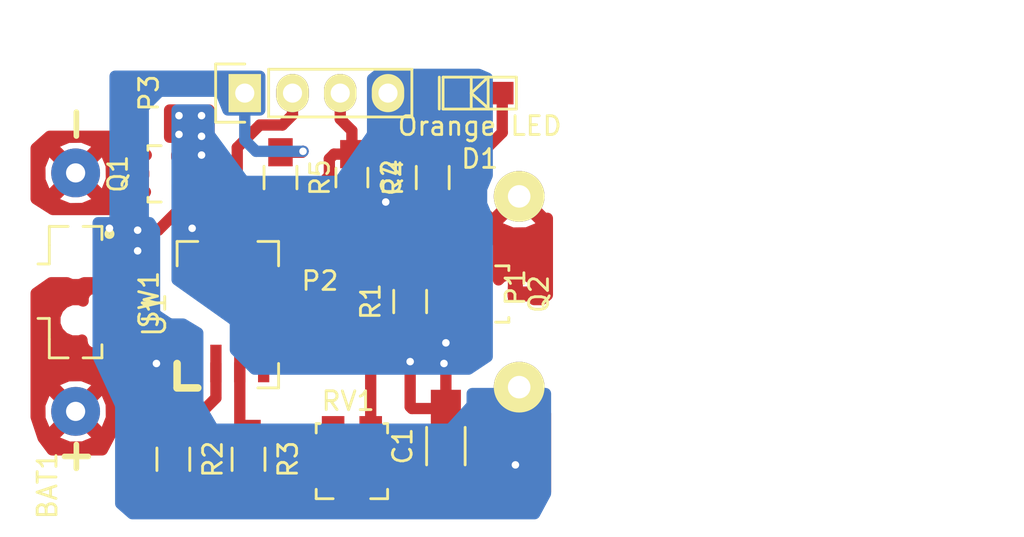
<source format=kicad_pcb>
(kicad_pcb (version 4) (host pcbnew 4.0.3-stable)

  (general
    (links 30)
    (no_connects 0)
    (area 144.05 89.366666 198.875001 118.275)
    (thickness 1.6)
    (drawings 0)
    (tracks 117)
    (zones 0)
    (modules 17)
    (nets 16)
  )

  (page A4)
  (layers
    (0 F.Cu signal)
    (31 B.Cu signal)
    (32 B.Adhes user)
    (33 F.Adhes user)
    (34 B.Paste user)
    (35 F.Paste user)
    (36 B.SilkS user)
    (37 F.SilkS user)
    (38 B.Mask user)
    (39 F.Mask user)
    (40 Dwgs.User user)
    (41 Cmts.User user hide)
    (42 Eco1.User user)
    (43 Eco2.User user)
    (44 Edge.Cuts user)
    (45 Margin user)
    (46 B.CrtYd user)
    (47 F.CrtYd user)
    (48 B.Fab user)
    (49 F.Fab user)
  )

  (setup
    (last_trace_width 0.6)
    (trace_clearance 0.2)
    (zone_clearance 0.35)
    (zone_45_only no)
    (trace_min 0.2)
    (segment_width 0.2)
    (edge_width 0.15)
    (via_size 0.6)
    (via_drill 0.4)
    (via_min_size 0.4)
    (via_min_drill 0.3)
    (uvia_size 0.3)
    (uvia_drill 0.1)
    (uvias_allowed no)
    (uvia_min_size 0.2)
    (uvia_min_drill 0.1)
    (pcb_text_width 0.3)
    (pcb_text_size 1.5 1.5)
    (mod_edge_width 0.15)
    (mod_text_size 1 1)
    (mod_text_width 0.15)
    (pad_size 1.524 1.524)
    (pad_drill 0.762)
    (pad_to_mask_clearance 0.2)
    (aux_axis_origin 0 0)
    (visible_elements FFFEFF7F)
    (pcbplotparams
      (layerselection 0x00030_80000001)
      (usegerberextensions false)
      (excludeedgelayer true)
      (linewidth 0.100000)
      (plotframeref false)
      (viasonmask false)
      (mode 1)
      (useauxorigin false)
      (hpglpennumber 1)
      (hpglpenspeed 20)
      (hpglpendiameter 15)
      (hpglpenoverlay 2)
      (psnegative false)
      (psa4output false)
      (plotreference true)
      (plotvalue true)
      (plotinvisibletext false)
      (padsonsilk false)
      (subtractmaskfromsilk false)
      (outputformat 1)
      (mirror false)
      (drillshape 1)
      (scaleselection 1)
      (outputdirectory ""))
  )

  (net 0 "")
  (net 1 V_Batt)
  (net 2 GND)
  (net 3 /SBWTDIO)
  (net 4 "Net-(D1-Pad1)")
  (net 5 "Net-(P1-Pad1)")
  (net 6 "Net-(P2-Pad1)")
  (net 7 /SBWTCK)
  (net 8 "Net-(Q2-Pad1)")
  (net 9 "Net-(R2-Pad1)")
  (net 10 "Net-(R2-Pad2)")
  (net 11 "Net-(R3-Pad1)")
  (net 12 "Net-(SW1-Pad3)")
  (net 13 "Net-(R4-Pad1)")
  (net 14 /Bat+)
  (net 15 /Bat-)

  (net_class Default "This is the default net class."
    (clearance 0.2)
    (trace_width 0.6)
    (via_dia 0.6)
    (via_drill 0.4)
    (uvia_dia 0.3)
    (uvia_drill 0.1)
    (add_net /Bat+)
    (add_net /SBWTCK)
    (add_net /SBWTDIO)
    (add_net GND)
    (add_net "Net-(D1-Pad1)")
    (add_net "Net-(P1-Pad1)")
    (add_net "Net-(P2-Pad1)")
    (add_net "Net-(Q2-Pad1)")
    (add_net "Net-(R2-Pad1)")
    (add_net "Net-(R2-Pad2)")
    (add_net "Net-(R3-Pad1)")
    (add_net "Net-(R4-Pad1)")
    (add_net "Net-(SW1-Pad3)")
    (add_net V_Batt)
  )

  (net_class Bat- ""
    (clearance 0.2)
    (trace_width 0.6)
    (via_dia 0.6)
    (via_drill 0.4)
    (uvia_dia 0.3)
    (uvia_drill 0.1)
    (add_net /Bat-)
  )

  (module Keystone_2468_no_mnt_holes (layer F.Cu) (tedit 57CC9D62) (tstamp 57CC9B6F)
    (at 148.2 105)
    (path /57CC72B6)
    (fp_text reference BAT1 (at -1.5011 10.2964 90) (layer F.SilkS)
      (effects (font (size 1 1) (thickness 0.15)))
    )
    (fp_text value Keystone_2468_2xAAA (at -3.175 0 90) (layer F.Fab)
      (effects (font (size 1 1) (thickness 0.15)))
    )
    (fp_line (start 0.04 -9.585) (end 0.04 -8.315) (layer F.SilkS) (width 0.3))
    (fp_line (start -2.6 12.5) (end 50.4 12.5) (layer B.CrtYd) (width 0.15))
    (fp_line (start 50.4 12.5) (end 50.4 -12.5) (layer B.CrtYd) (width 0.15))
    (fp_line (start 50.4 -12.5) (end -2.6 -12.5) (layer B.CrtYd) (width 0.15))
    (fp_line (start -2.6 -12.5) (end -2.6 12.5) (layer B.CrtYd) (width 0.15))
    (fp_line (start 0.04 8.115) (end 0.04 9.385) (layer F.SilkS) (width 0.3))
    (fp_line (start -0.595 8.75) (end 0.675 8.75) (layer F.SilkS) (width 0.3))
    (pad 1 thru_hole circle (at 0 6.35) (size 2.6 2.6) (drill 1.02) (layers *.Cu *.Mask)
      (net 14 /Bat+))
    (pad 2 thru_hole circle (at 0 -6.35) (size 2.6 2.6) (drill 1.02) (layers *.Cu *.Mask)
      (net 15 /Bat-))
  )

  (module Capacitors_SMD:C_1206_HandSoldering (layer F.Cu) (tedit 541A9C03) (tstamp 57CC9B7B)
    (at 167.9 113.2 90)
    (descr "Capacitor SMD 1206, hand soldering")
    (tags "capacitor 1206")
    (path /57CC9101)
    (attr smd)
    (fp_text reference C1 (at 0 -2.3 90) (layer F.SilkS)
      (effects (font (size 1 1) (thickness 0.15)))
    )
    (fp_text value "10uF 10V" (at 0 2.3 90) (layer F.Fab)
      (effects (font (size 1 1) (thickness 0.15)))
    )
    (fp_line (start -3.3 -1.15) (end 3.3 -1.15) (layer F.CrtYd) (width 0.05))
    (fp_line (start -3.3 1.15) (end 3.3 1.15) (layer F.CrtYd) (width 0.05))
    (fp_line (start -3.3 -1.15) (end -3.3 1.15) (layer F.CrtYd) (width 0.05))
    (fp_line (start 3.3 -1.15) (end 3.3 1.15) (layer F.CrtYd) (width 0.05))
    (fp_line (start 1 -1.025) (end -1 -1.025) (layer F.SilkS) (width 0.15))
    (fp_line (start -1 1.025) (end 1 1.025) (layer F.SilkS) (width 0.15))
    (pad 1 smd rect (at -2 0 90) (size 2 1.6) (layers F.Cu F.Paste F.Mask)
      (net 1 V_Batt))
    (pad 2 smd rect (at 2 0 90) (size 2 1.6) (layers F.Cu F.Paste F.Mask)
      (net 2 GND))
    (model Capacitors_SMD.3dshapes/C_1206_HandSoldering.wrl
      (at (xyz 0 0 0))
      (scale (xyz 1 1 1))
      (rotate (xyz 0 0 0))
    )
  )

  (module Capacitors_SMD:C_0805_HandSoldering (layer F.Cu) (tedit 541A9B8D) (tstamp 57CC9B87)
    (at 162.9 98.9 270)
    (descr "Capacitor SMD 0805, hand soldering")
    (tags "capacitor 0805")
    (path /57CC8932)
    (attr smd)
    (fp_text reference C2 (at 0 -2.1 270) (layer F.SilkS)
      (effects (font (size 1 1) (thickness 0.15)))
    )
    (fp_text value 1.8nF (at 0 2.1 270) (layer F.Fab)
      (effects (font (size 1 1) (thickness 0.15)))
    )
    (fp_line (start -2.3 -1) (end 2.3 -1) (layer F.CrtYd) (width 0.05))
    (fp_line (start -2.3 1) (end 2.3 1) (layer F.CrtYd) (width 0.05))
    (fp_line (start -2.3 -1) (end -2.3 1) (layer F.CrtYd) (width 0.05))
    (fp_line (start 2.3 -1) (end 2.3 1) (layer F.CrtYd) (width 0.05))
    (fp_line (start 0.5 -0.85) (end -0.5 -0.85) (layer F.SilkS) (width 0.15))
    (fp_line (start -0.5 0.85) (end 0.5 0.85) (layer F.SilkS) (width 0.15))
    (pad 1 smd rect (at -1.25 0 270) (size 1.5 1.25) (layers F.Cu F.Paste F.Mask)
      (net 3 /SBWTDIO))
    (pad 2 smd rect (at 1.25 0 270) (size 1.5 1.25) (layers F.Cu F.Paste F.Mask)
      (net 2 GND))
    (model Capacitors_SMD.3dshapes/C_0805_HandSoldering.wrl
      (at (xyz 0 0 0))
      (scale (xyz 1 1 1))
      (rotate (xyz 0 0 0))
    )
  )

  (module nightmechanic_pcb:SMD_MiniLED (layer F.Cu) (tedit 54B2E0AD) (tstamp 57CC9B96)
    (at 169.7 94.4 180)
    (path /57CCAD3C)
    (fp_text reference D1 (at 0 -3.5 180) (layer F.SilkS)
      (effects (font (size 1 1) (thickness 0.15)))
    )
    (fp_text value "Orange LED" (at 0 -1.75 180) (layer F.SilkS)
      (effects (font (size 1 1) (thickness 0.15)))
    )
    (fp_line (start -0.45 -0.85) (end -0.45 0.85) (layer F.SilkS) (width 0.15))
    (fp_line (start -0.45 0.85) (end 0.45 0) (layer F.SilkS) (width 0.15))
    (fp_line (start 0.45 0) (end -0.45 -0.8) (layer F.SilkS) (width 0.15))
    (fp_line (start 0.45 -0.85) (end 0.45 0.85) (layer F.SilkS) (width 0.15))
    (fp_line (start 2.15 -0.85) (end 2.15 0.85) (layer F.SilkS) (width 0.15))
    (fp_line (start 1.95 -0.85) (end -1.95 -0.85) (layer F.SilkS) (width 0.15))
    (fp_line (start -1.95 -0.85) (end -1.95 0.85) (layer F.SilkS) (width 0.15))
    (fp_line (start -1.95 0.85) (end 1.95 0.85) (layer F.SilkS) (width 0.15))
    (fp_line (start 1.95 0.85) (end 1.95 -0.85) (layer F.SilkS) (width 0.15))
    (pad 1 smd rect (at -1.2 0 180) (size 1.2 1.2) (layers F.Cu F.Paste F.Mask)
      (net 4 "Net-(D1-Pad1)"))
    (pad 2 smd rect (at 1.2 0 180) (size 1.2 1.2) (layers F.Cu F.Paste F.Mask)
      (net 2 GND))
  )

  (module Wire_Connections_Bridges:WireConnection_1.20mmDrill (layer F.Cu) (tedit 0) (tstamp 57CC9BF2)
    (at 171.8 99.9 270)
    (descr "WireConnection with 1.2mm drill")
    (path /57CC9871)
    (fp_text reference P1 (at 4.8514 0.2032 270) (layer F.SilkS)
      (effects (font (size 1 1) (thickness 0.15)))
    )
    (fp_text value CONN_01X02 (at 5.08 3.81 270) (layer F.Fab)
      (effects (font (size 1 1) (thickness 0.15)))
    )
    (fp_line (start 14.0716 -3.7592) (end 13.8684 -3.6576) (layer Cmts.User) (width 0.381))
    (fp_line (start 13.8684 -3.6576) (end 13.6398 -3.6576) (layer Cmts.User) (width 0.381))
    (fp_line (start 13.6398 -3.6576) (end 13.4366 -3.7592) (layer Cmts.User) (width 0.381))
    (fp_line (start 13.4366 -3.7592) (end 13.3604 -4.1148) (layer Cmts.User) (width 0.381))
    (fp_line (start 13.3604 -4.1148) (end 13.3604 -4.572) (layer Cmts.User) (width 0.381))
    (fp_line (start 13.3604 -4.572) (end 13.462 -4.6482) (layer Cmts.User) (width 0.381))
    (fp_line (start 13.462 -4.6482) (end 13.7668 -4.7244) (layer Cmts.User) (width 0.381))
    (fp_line (start 13.7668 -4.7244) (end 13.9954 -4.6736) (layer Cmts.User) (width 0.381))
    (fp_line (start 13.9954 -4.6736) (end 14.0462 -4.318) (layer Cmts.User) (width 0.381))
    (fp_line (start 14.0462 -4.318) (end 13.4366 -4.191) (layer Cmts.User) (width 0.381))
    (fp_line (start 13.4366 -4.191) (end 13.4366 -4.2418) (layer Cmts.User) (width 0.381))
    (fp_line (start 12.7508 -3.7084) (end 12.4206 -3.7084) (layer Cmts.User) (width 0.381))
    (fp_line (start 12.4206 -3.7084) (end 12.2174 -3.7084) (layer Cmts.User) (width 0.381))
    (fp_line (start 12.2174 -3.7084) (end 12.0396 -3.8608) (layer Cmts.User) (width 0.381))
    (fp_line (start 12.0396 -3.8608) (end 12.0396 -4.2418) (layer Cmts.User) (width 0.381))
    (fp_line (start 12.0396 -4.2418) (end 12.1412 -4.572) (layer Cmts.User) (width 0.381))
    (fp_line (start 12.1412 -4.572) (end 12.2936 -4.6482) (layer Cmts.User) (width 0.381))
    (fp_line (start 12.2936 -4.6482) (end 12.573 -4.6482) (layer Cmts.User) (width 0.381))
    (fp_line (start 12.573 -4.6482) (end 12.7508 -4.572) (layer Cmts.User) (width 0.381))
    (fp_line (start 12.7508 -4.572) (end 12.7762 -4.2672) (layer Cmts.User) (width 0.381))
    (fp_line (start 12.7762 -4.2672) (end 12.1412 -4.2418) (layer Cmts.User) (width 0.381))
    (fp_line (start 11.2268 -4.5212) (end 11.6078 -4.6736) (layer Cmts.User) (width 0.381))
    (fp_line (start 11.6078 -4.6736) (end 11.6332 -4.6736) (layer Cmts.User) (width 0.381))
    (fp_line (start 11.2014 -4.7244) (end 11.2014 -3.6576) (layer Cmts.User) (width 0.381))
    (fp_line (start 9.9822 -4.6736) (end 10.668 -4.7244) (layer Cmts.User) (width 0.381))
    (fp_line (start 10.7188 -5.207) (end 10.541 -5.207) (layer Cmts.User) (width 0.381))
    (fp_line (start 10.541 -5.207) (end 10.3886 -5.08) (layer Cmts.User) (width 0.381))
    (fp_line (start 10.3886 -5.08) (end 10.3378 -3.7084) (layer Cmts.User) (width 0.381))
    (fp_line (start 8.4328 -4.5974) (end 8.3058 -4.6736) (layer Cmts.User) (width 0.381))
    (fp_line (start 8.3058 -4.6736) (end 8.0264 -4.6736) (layer Cmts.User) (width 0.381))
    (fp_line (start 8.0264 -4.6736) (end 7.874 -4.445) (layer Cmts.User) (width 0.381))
    (fp_line (start 7.874 -4.445) (end 7.8994 -4.2672) (layer Cmts.User) (width 0.381))
    (fp_line (start 7.8994 -4.2672) (end 8.1788 -4.191) (layer Cmts.User) (width 0.381))
    (fp_line (start 8.1788 -4.191) (end 8.4328 -4.1148) (layer Cmts.User) (width 0.381))
    (fp_line (start 8.4328 -4.1148) (end 8.4836 -3.8354) (layer Cmts.User) (width 0.381))
    (fp_line (start 8.4836 -3.8354) (end 8.2804 -3.6576) (layer Cmts.User) (width 0.381))
    (fp_line (start 8.2804 -3.6576) (end 7.8994 -3.7084) (layer Cmts.User) (width 0.381))
    (fp_line (start 7.1628 -3.6576) (end 6.8072 -3.7592) (layer Cmts.User) (width 0.381))
    (fp_line (start 6.8072 -3.7592) (end 6.604 -3.8354) (layer Cmts.User) (width 0.381))
    (fp_line (start 6.604 -3.8354) (end 6.477 -4.1656) (layer Cmts.User) (width 0.381))
    (fp_line (start 6.477 -4.1656) (end 6.477 -4.4704) (layer Cmts.User) (width 0.381))
    (fp_line (start 6.477 -4.4704) (end 6.6802 -4.6736) (layer Cmts.User) (width 0.381))
    (fp_line (start 6.6802 -4.6736) (end 7.0104 -4.7244) (layer Cmts.User) (width 0.381))
    (fp_line (start 7.2136 -5.207) (end 7.2136 -3.6576) (layer Cmts.User) (width 0.381))
    (fp_line (start 5.715 -3.6576) (end 5.2578 -3.7084) (layer Cmts.User) (width 0.381))
    (fp_line (start 5.2578 -3.7084) (end 5.1054 -3.9116) (layer Cmts.User) (width 0.381))
    (fp_line (start 5.1054 -3.9116) (end 5.1308 -4.191) (layer Cmts.User) (width 0.381))
    (fp_line (start 5.1308 -4.191) (end 5.842 -4.2418) (layer Cmts.User) (width 0.381))
    (fp_line (start 5.1054 -4.572) (end 5.3848 -4.7244) (layer Cmts.User) (width 0.381))
    (fp_line (start 5.3848 -4.7244) (end 5.6388 -4.6482) (layer Cmts.User) (width 0.381))
    (fp_line (start 5.6388 -4.6482) (end 5.7912 -4.4704) (layer Cmts.User) (width 0.381))
    (fp_line (start 5.7912 -4.4704) (end 5.842 -3.6322) (layer Cmts.User) (width 0.381))
    (fp_line (start 3.6068 -3.6576) (end 3.6322 -5.2578) (layer Cmts.User) (width 0.381))
    (fp_line (start 3.6322 -5.2578) (end 4.0894 -5.2578) (layer Cmts.User) (width 0.381))
    (fp_line (start 4.0894 -5.2578) (end 4.3688 -5.1308) (layer Cmts.User) (width 0.381))
    (fp_line (start 4.3688 -5.1308) (end 4.4958 -4.8768) (layer Cmts.User) (width 0.381))
    (fp_line (start 4.4958 -4.8768) (end 4.4958 -4.5974) (layer Cmts.User) (width 0.381))
    (fp_line (start 4.4958 -4.5974) (end 4.3688 -4.3942) (layer Cmts.User) (width 0.381))
    (fp_line (start 4.3688 -4.3942) (end 4.0894 -4.445) (layer Cmts.User) (width 0.381))
    (fp_line (start 4.0894 -4.445) (end 3.6322 -4.445) (layer Cmts.User) (width 0.381))
    (fp_line (start 1.778 -3.7592) (end 1.524 -3.6576) (layer Cmts.User) (width 0.381))
    (fp_line (start 1.524 -3.6576) (end 1.27 -3.7592) (layer Cmts.User) (width 0.381))
    (fp_line (start 1.27 -3.7592) (end 1.1176 -3.9116) (layer Cmts.User) (width 0.381))
    (fp_line (start 1.1176 -3.9116) (end 1.0414 -4.318) (layer Cmts.User) (width 0.381))
    (fp_line (start 1.0414 -4.318) (end 1.1684 -4.572) (layer Cmts.User) (width 0.381))
    (fp_line (start 1.1684 -4.572) (end 1.3716 -4.6736) (layer Cmts.User) (width 0.381))
    (fp_line (start 1.3716 -4.6736) (end 1.651 -4.6482) (layer Cmts.User) (width 0.381))
    (fp_line (start 1.651 -4.6482) (end 1.8034 -4.5212) (layer Cmts.User) (width 0.381))
    (fp_line (start 1.8034 -4.5212) (end 1.8034 -4.318) (layer Cmts.User) (width 0.381))
    (fp_line (start 1.8034 -4.318) (end 1.1684 -4.2418) (layer Cmts.User) (width 0.381))
    (fp_line (start -0.1524 -4.7244) (end 0.3048 -3.6576) (layer Cmts.User) (width 0.381))
    (fp_line (start 0.3048 -3.6576) (end 0.5842 -4.6736) (layer Cmts.User) (width 0.381))
    (fp_line (start 0.5842 -4.6736) (end 0.5588 -4.6736) (layer Cmts.User) (width 0.381))
    (fp_line (start -1.4732 -4.3942) (end -1.4732 -3.9116) (layer Cmts.User) (width 0.381))
    (fp_line (start -1.4732 -3.9116) (end -1.27 -3.7084) (layer Cmts.User) (width 0.381))
    (fp_line (start -1.27 -3.7084) (end -1.0414 -3.6576) (layer Cmts.User) (width 0.381))
    (fp_line (start -1.0414 -3.6576) (end -0.762 -3.7846) (layer Cmts.User) (width 0.381))
    (fp_line (start -0.762 -3.7846) (end -0.6604 -3.9878) (layer Cmts.User) (width 0.381))
    (fp_line (start -0.6604 -3.9878) (end -0.6604 -4.445) (layer Cmts.User) (width 0.381))
    (fp_line (start -0.6604 -4.445) (end -0.8382 -4.6482) (layer Cmts.User) (width 0.381))
    (fp_line (start -0.8382 -4.6482) (end -1.1176 -4.7244) (layer Cmts.User) (width 0.381))
    (fp_line (start -1.1176 -4.7244) (end -1.4478 -4.4704) (layer Cmts.User) (width 0.381))
    (fp_line (start -3.0988 -3.6322) (end -3.0988 -5.2578) (layer Cmts.User) (width 0.381))
    (fp_line (start -3.0988 -5.2578) (end -2.6162 -4.1148) (layer Cmts.User) (width 0.381))
    (fp_line (start -2.6162 -4.1148) (end -2.1336 -5.1816) (layer Cmts.User) (width 0.381))
    (fp_line (start -2.1336 -5.1816) (end -2.1336 -3.6322) (layer Cmts.User) (width 0.381))
    (pad 1 thru_hole circle (at 0 0 270) (size 2.70002 2.70002) (drill 1.19888) (layers *.Cu *.Mask F.SilkS)
      (net 5 "Net-(P1-Pad1)"))
    (pad 2 thru_hole circle (at 10.16 0 270) (size 2.70002 2.70002) (drill 1.19888) (layers *.Cu *.Mask F.SilkS)
      (net 1 V_Batt))
  )

  (module Pin_Headers:Pin_Header_Straight_1x04 (layer F.Cu) (tedit 0) (tstamp 57CC9C0B)
    (at 157.2 94.4 90)
    (descr "Through hole pin header")
    (tags "pin header")
    (path /57CCB827)
    (fp_text reference P3 (at 0 -5.1 90) (layer F.SilkS)
      (effects (font (size 1 1) (thickness 0.15)))
    )
    (fp_text value CONN_01X04 (at 0 -3.1 90) (layer F.Fab)
      (effects (font (size 1 1) (thickness 0.15)))
    )
    (fp_line (start -1.75 -1.75) (end -1.75 9.4) (layer F.CrtYd) (width 0.05))
    (fp_line (start 1.75 -1.75) (end 1.75 9.4) (layer F.CrtYd) (width 0.05))
    (fp_line (start -1.75 -1.75) (end 1.75 -1.75) (layer F.CrtYd) (width 0.05))
    (fp_line (start -1.75 9.4) (end 1.75 9.4) (layer F.CrtYd) (width 0.05))
    (fp_line (start -1.27 1.27) (end -1.27 8.89) (layer F.SilkS) (width 0.15))
    (fp_line (start 1.27 1.27) (end 1.27 8.89) (layer F.SilkS) (width 0.15))
    (fp_line (start 1.55 -1.55) (end 1.55 0) (layer F.SilkS) (width 0.15))
    (fp_line (start -1.27 8.89) (end 1.27 8.89) (layer F.SilkS) (width 0.15))
    (fp_line (start 1.27 1.27) (end -1.27 1.27) (layer F.SilkS) (width 0.15))
    (fp_line (start -1.55 0) (end -1.55 -1.55) (layer F.SilkS) (width 0.15))
    (fp_line (start -1.55 -1.55) (end 1.55 -1.55) (layer F.SilkS) (width 0.15))
    (pad 1 thru_hole rect (at 0 0 90) (size 2.032 1.7272) (drill 1.016) (layers *.Cu *.Mask F.SilkS)
      (net 1 V_Batt))
    (pad 2 thru_hole oval (at 0 2.54 90) (size 2.032 1.7272) (drill 1.016) (layers *.Cu *.Mask F.SilkS)
      (net 7 /SBWTCK))
    (pad 3 thru_hole oval (at 0 5.08 90) (size 2.032 1.7272) (drill 1.016) (layers *.Cu *.Mask F.SilkS)
      (net 3 /SBWTDIO))
    (pad 4 thru_hole oval (at 0 7.62 90) (size 2.032 1.7272) (drill 1.016) (layers *.Cu *.Mask F.SilkS)
      (net 2 GND))
    (model Pin_Headers.3dshapes/Pin_Header_Straight_1x04.wrl
      (at (xyz 0 -0.15 0))
      (scale (xyz 1 1 1))
      (rotate (xyz 0 0 90))
    )
  )

  (module TO_SOT_Packages_SMD:SOT-23 (layer F.Cu) (tedit 553634F8) (tstamp 57CC9C1B)
    (at 152.7 98.7 90)
    (descr "SOT-23, Standard")
    (tags SOT-23)
    (path /57CC8172)
    (attr smd)
    (fp_text reference Q1 (at 0 -2.25 90) (layer F.SilkS)
      (effects (font (size 1 1) (thickness 0.15)))
    )
    (fp_text value Si2312CDS (at 0 2.3 90) (layer F.Fab)
      (effects (font (size 1 1) (thickness 0.15)))
    )
    (fp_line (start -1.65 -1.6) (end 1.65 -1.6) (layer F.CrtYd) (width 0.05))
    (fp_line (start 1.65 -1.6) (end 1.65 1.6) (layer F.CrtYd) (width 0.05))
    (fp_line (start 1.65 1.6) (end -1.65 1.6) (layer F.CrtYd) (width 0.05))
    (fp_line (start -1.65 1.6) (end -1.65 -1.6) (layer F.CrtYd) (width 0.05))
    (fp_line (start 1.29916 -0.65024) (end 1.2509 -0.65024) (layer F.SilkS) (width 0.15))
    (fp_line (start -1.49982 0.0508) (end -1.49982 -0.65024) (layer F.SilkS) (width 0.15))
    (fp_line (start -1.49982 -0.65024) (end -1.2509 -0.65024) (layer F.SilkS) (width 0.15))
    (fp_line (start 1.29916 -0.65024) (end 1.49982 -0.65024) (layer F.SilkS) (width 0.15))
    (fp_line (start 1.49982 -0.65024) (end 1.49982 0.0508) (layer F.SilkS) (width 0.15))
    (pad 1 smd rect (at -0.95 1.00076 90) (size 0.8001 0.8001) (layers F.Cu F.Paste F.Mask)
      (net 1 V_Batt))
    (pad 2 smd rect (at 0.95 1.00076 90) (size 0.8001 0.8001) (layers F.Cu F.Paste F.Mask)
      (net 2 GND))
    (pad 3 smd rect (at 0 -0.99822 90) (size 0.8001 0.8001) (layers F.Cu F.Paste F.Mask)
      (net 15 /Bat-))
    (model TO_SOT_Packages_SMD.3dshapes/SOT-23.wrl
      (at (xyz 0 0 0))
      (scale (xyz 1 1 1))
      (rotate (xyz 0 0 0))
    )
  )

  (module TO_SOT_Packages_SMD:SOT-23 (layer F.Cu) (tedit 553634F8) (tstamp 57CC9C2B)
    (at 170.6 105.1 270)
    (descr "SOT-23, Standard")
    (tags SOT-23)
    (path /57CC8CCD)
    (attr smd)
    (fp_text reference Q2 (at 0 -2.25 270) (layer F.SilkS)
      (effects (font (size 1 1) (thickness 0.15)))
    )
    (fp_text value Q_NPN_BEC (at 0 2.3 270) (layer F.Fab)
      (effects (font (size 1 1) (thickness 0.15)))
    )
    (fp_line (start -1.65 -1.6) (end 1.65 -1.6) (layer F.CrtYd) (width 0.05))
    (fp_line (start 1.65 -1.6) (end 1.65 1.6) (layer F.CrtYd) (width 0.05))
    (fp_line (start 1.65 1.6) (end -1.65 1.6) (layer F.CrtYd) (width 0.05))
    (fp_line (start -1.65 1.6) (end -1.65 -1.6) (layer F.CrtYd) (width 0.05))
    (fp_line (start 1.29916 -0.65024) (end 1.2509 -0.65024) (layer F.SilkS) (width 0.15))
    (fp_line (start -1.49982 0.0508) (end -1.49982 -0.65024) (layer F.SilkS) (width 0.15))
    (fp_line (start -1.49982 -0.65024) (end -1.2509 -0.65024) (layer F.SilkS) (width 0.15))
    (fp_line (start 1.29916 -0.65024) (end 1.49982 -0.65024) (layer F.SilkS) (width 0.15))
    (fp_line (start 1.49982 -0.65024) (end 1.49982 0.0508) (layer F.SilkS) (width 0.15))
    (pad 1 smd rect (at -0.95 1.00076 270) (size 0.8001 0.8001) (layers F.Cu F.Paste F.Mask)
      (net 8 "Net-(Q2-Pad1)"))
    (pad 2 smd rect (at 0.95 1.00076 270) (size 0.8001 0.8001) (layers F.Cu F.Paste F.Mask)
      (net 2 GND))
    (pad 3 smd rect (at 0 -0.99822 270) (size 0.8001 0.8001) (layers F.Cu F.Paste F.Mask)
      (net 5 "Net-(P1-Pad1)"))
    (model TO_SOT_Packages_SMD.3dshapes/SOT-23.wrl
      (at (xyz 0 0 0))
      (scale (xyz 1 1 1))
      (rotate (xyz 0 0 0))
    )
  )

  (module Resistors_SMD:R_0805_HandSoldering (layer F.Cu) (tedit 54189DEE) (tstamp 57CC9C37)
    (at 166 105.5 90)
    (descr "Resistor SMD 0805, hand soldering")
    (tags "resistor 0805")
    (path /57CC8C7B)
    (attr smd)
    (fp_text reference R1 (at 0 -2.1 90) (layer F.SilkS)
      (effects (font (size 1 1) (thickness 0.15)))
    )
    (fp_text value 1k (at 0 2.1 90) (layer F.Fab)
      (effects (font (size 1 1) (thickness 0.15)))
    )
    (fp_line (start -2.4 -1) (end 2.4 -1) (layer F.CrtYd) (width 0.05))
    (fp_line (start -2.4 1) (end 2.4 1) (layer F.CrtYd) (width 0.05))
    (fp_line (start -2.4 -1) (end -2.4 1) (layer F.CrtYd) (width 0.05))
    (fp_line (start 2.4 -1) (end 2.4 1) (layer F.CrtYd) (width 0.05))
    (fp_line (start 0.6 0.875) (end -0.6 0.875) (layer F.SilkS) (width 0.15))
    (fp_line (start -0.6 -0.875) (end 0.6 -0.875) (layer F.SilkS) (width 0.15))
    (pad 1 smd rect (at -1.35 0 90) (size 1.5 1.3) (layers F.Cu F.Paste F.Mask)
      (net 2 GND))
    (pad 2 smd rect (at 1.35 0 90) (size 1.5 1.3) (layers F.Cu F.Paste F.Mask)
      (net 8 "Net-(Q2-Pad1)"))
    (model Resistors_SMD.3dshapes/R_0805_HandSoldering.wrl
      (at (xyz 0 0 0))
      (scale (xyz 1 1 1))
      (rotate (xyz 0 0 0))
    )
  )

  (module Resistors_SMD:R_0805_HandSoldering (layer F.Cu) (tedit 54189DEE) (tstamp 57CC9C43)
    (at 153.4 113.9 270)
    (descr "Resistor SMD 0805, hand soldering")
    (tags "resistor 0805")
    (path /57CC8B01)
    (attr smd)
    (fp_text reference R2 (at 0 -2.1 270) (layer F.SilkS)
      (effects (font (size 1 1) (thickness 0.15)))
    )
    (fp_text value 1k (at 0 2.1 270) (layer F.Fab)
      (effects (font (size 1 1) (thickness 0.15)))
    )
    (fp_line (start -2.4 -1) (end 2.4 -1) (layer F.CrtYd) (width 0.05))
    (fp_line (start -2.4 1) (end 2.4 1) (layer F.CrtYd) (width 0.05))
    (fp_line (start -2.4 -1) (end -2.4 1) (layer F.CrtYd) (width 0.05))
    (fp_line (start 2.4 -1) (end 2.4 1) (layer F.CrtYd) (width 0.05))
    (fp_line (start 0.6 0.875) (end -0.6 0.875) (layer F.SilkS) (width 0.15))
    (fp_line (start -0.6 -0.875) (end 0.6 -0.875) (layer F.SilkS) (width 0.15))
    (pad 1 smd rect (at -1.35 0 270) (size 1.5 1.3) (layers F.Cu F.Paste F.Mask)
      (net 9 "Net-(R2-Pad1)"))
    (pad 2 smd rect (at 1.35 0 270) (size 1.5 1.3) (layers F.Cu F.Paste F.Mask)
      (net 10 "Net-(R2-Pad2)"))
    (model Resistors_SMD.3dshapes/R_0805_HandSoldering.wrl
      (at (xyz 0 0 0))
      (scale (xyz 1 1 1))
      (rotate (xyz 0 0 0))
    )
  )

  (module Resistors_SMD:R_0805_HandSoldering (layer F.Cu) (tedit 54189DEE) (tstamp 57CC9C4F)
    (at 157.4 113.9 270)
    (descr "Resistor SMD 0805, hand soldering")
    (tags "resistor 0805")
    (path /57CC8C45)
    (attr smd)
    (fp_text reference R3 (at 0 -2.1 270) (layer F.SilkS)
      (effects (font (size 1 1) (thickness 0.15)))
    )
    (fp_text value 1k (at 0 2.1 270) (layer F.Fab)
      (effects (font (size 1 1) (thickness 0.15)))
    )
    (fp_line (start -2.4 -1) (end 2.4 -1) (layer F.CrtYd) (width 0.05))
    (fp_line (start -2.4 1) (end 2.4 1) (layer F.CrtYd) (width 0.05))
    (fp_line (start -2.4 -1) (end -2.4 1) (layer F.CrtYd) (width 0.05))
    (fp_line (start 2.4 -1) (end 2.4 1) (layer F.CrtYd) (width 0.05))
    (fp_line (start 0.6 0.875) (end -0.6 0.875) (layer F.SilkS) (width 0.15))
    (fp_line (start -0.6 -0.875) (end 0.6 -0.875) (layer F.SilkS) (width 0.15))
    (pad 1 smd rect (at -1.35 0 270) (size 1.5 1.3) (layers F.Cu F.Paste F.Mask)
      (net 11 "Net-(R3-Pad1)"))
    (pad 2 smd rect (at 1.35 0 270) (size 1.5 1.3) (layers F.Cu F.Paste F.Mask)
      (net 10 "Net-(R2-Pad2)"))
    (model Resistors_SMD.3dshapes/R_0805_HandSoldering.wrl
      (at (xyz 0 0 0))
      (scale (xyz 1 1 1))
      (rotate (xyz 0 0 0))
    )
  )

  (module Resistors_SMD:R_0805_HandSoldering (layer F.Cu) (tedit 54189DEE) (tstamp 57CC9C5B)
    (at 167.2 98.9 90)
    (descr "Resistor SMD 0805, hand soldering")
    (tags "resistor 0805")
    (path /57CCAF8D)
    (attr smd)
    (fp_text reference R4 (at 0 -2.1 90) (layer F.SilkS)
      (effects (font (size 1 1) (thickness 0.15)))
    )
    (fp_text value 330R (at 0 2.1 90) (layer F.Fab)
      (effects (font (size 1 1) (thickness 0.15)))
    )
    (fp_line (start -2.4 -1) (end 2.4 -1) (layer F.CrtYd) (width 0.05))
    (fp_line (start -2.4 1) (end 2.4 1) (layer F.CrtYd) (width 0.05))
    (fp_line (start -2.4 -1) (end -2.4 1) (layer F.CrtYd) (width 0.05))
    (fp_line (start 2.4 -1) (end 2.4 1) (layer F.CrtYd) (width 0.05))
    (fp_line (start 0.6 0.875) (end -0.6 0.875) (layer F.SilkS) (width 0.15))
    (fp_line (start -0.6 -0.875) (end 0.6 -0.875) (layer F.SilkS) (width 0.15))
    (pad 1 smd rect (at -1.35 0 90) (size 1.5 1.3) (layers F.Cu F.Paste F.Mask)
      (net 13 "Net-(R4-Pad1)"))
    (pad 2 smd rect (at 1.35 0 90) (size 1.5 1.3) (layers F.Cu F.Paste F.Mask)
      (net 4 "Net-(D1-Pad1)"))
    (model Resistors_SMD.3dshapes/R_0805_HandSoldering.wrl
      (at (xyz 0 0 0))
      (scale (xyz 1 1 1))
      (rotate (xyz 0 0 0))
    )
  )

  (module Resistors_SMD:R_0805_HandSoldering (layer F.Cu) (tedit 54189DEE) (tstamp 57CC9C67)
    (at 159.1 98.9 270)
    (descr "Resistor SMD 0805, hand soldering")
    (tags "resistor 0805")
    (path /57CC88ED)
    (attr smd)
    (fp_text reference R5 (at 0 -2.1 270) (layer F.SilkS)
      (effects (font (size 1 1) (thickness 0.15)))
    )
    (fp_text value 47k (at 0 2.1 270) (layer F.Fab)
      (effects (font (size 1 1) (thickness 0.15)))
    )
    (fp_line (start -2.4 -1) (end 2.4 -1) (layer F.CrtYd) (width 0.05))
    (fp_line (start -2.4 1) (end 2.4 1) (layer F.CrtYd) (width 0.05))
    (fp_line (start -2.4 -1) (end -2.4 1) (layer F.CrtYd) (width 0.05))
    (fp_line (start 2.4 -1) (end 2.4 1) (layer F.CrtYd) (width 0.05))
    (fp_line (start 0.6 0.875) (end -0.6 0.875) (layer F.SilkS) (width 0.15))
    (fp_line (start -0.6 -0.875) (end 0.6 -0.875) (layer F.SilkS) (width 0.15))
    (pad 1 smd rect (at -1.35 0 270) (size 1.5 1.3) (layers F.Cu F.Paste F.Mask)
      (net 1 V_Batt))
    (pad 2 smd rect (at 1.35 0 270) (size 1.5 1.3) (layers F.Cu F.Paste F.Mask)
      (net 3 /SBWTDIO))
    (model Resistors_SMD.3dshapes/R_0805_HandSoldering.wrl
      (at (xyz 0 0 0))
      (scale (xyz 1 1 1))
      (rotate (xyz 0 0 0))
    )
  )

  (module nightmechanic_pcb:Bourns_TC33X_2 (layer F.Cu) (tedit 57CC88DA) (tstamp 57CC9C76)
    (at 162.9 114 180)
    (path /57CC94CA)
    (fp_text reference RV1 (at 0.2 3.2 180) (layer F.SilkS)
      (effects (font (size 1 1) (thickness 0.15)))
    )
    (fp_text value "3.3k POT" (at 0.5 -3.2 180) (layer F.Fab)
      (effects (font (size 1 1) (thickness 0.15)))
    )
    (fp_line (start -1.9 2) (end -1.7 2) (layer F.SilkS) (width 0.15))
    (fp_line (start -1.9 2) (end -1.9 1.5) (layer F.SilkS) (width 0.15))
    (fp_line (start 1.9 1.5) (end 1.9 2) (layer F.SilkS) (width 0.15))
    (fp_line (start 1.9 2) (end 1.7 2) (layer F.SilkS) (width 0.15))
    (fp_line (start 1 -2) (end 1.9 -2) (layer F.SilkS) (width 0.15))
    (fp_line (start 1.9 -2) (end 1.9 -1.5) (layer F.SilkS) (width 0.15))
    (fp_line (start -1 -2) (end -1.9 -2) (layer F.SilkS) (width 0.15))
    (fp_line (start -1.9 -2) (end -1.9 -1.5) (layer F.SilkS) (width 0.15))
    (pad 1 smd rect (at -1 1.8 180) (size 1.2 1.2) (layers F.Cu F.Paste F.Mask)
      (net 8 "Net-(Q2-Pad1)"))
    (pad 3 smd rect (at 1 1.8 180) (size 1.2 1.2) (layers F.Cu F.Paste F.Mask)
      (net 10 "Net-(R2-Pad2)"))
    (pad 2 smd rect (at 0 -1.45 180) (size 1.6 1.5) (layers F.Cu F.Paste F.Mask)
      (net 10 "Net-(R2-Pad2)"))
  )

  (module nightmechanic_pcb:ALPS_SSSS810701 (layer F.Cu) (tedit 57CC9D76) (tstamp 57CC9C95)
    (at 148.2 105 270)
    (path /57CC7D12)
    (fp_text reference SW1 (at 0.4 -3.9 270) (layer F.SilkS)
      (effects (font (size 1 1) (thickness 0.15)))
    )
    (fp_text value SPDT_SLIDE (at 0.1 -4 270) (layer F.Fab)
      (effects (font (size 1 1) (thickness 0.15)))
    )
    (fp_line (start 1.4 2) (end 1.4 3) (layer F.CrtYd) (width 0.15))
    (fp_line (start 1.4 3) (end -1.5 3) (layer F.CrtYd) (width 0.15))
    (fp_line (start -1.5 3) (end -1.5 1.4) (layer F.CrtYd) (width 0.15))
    (fp_line (start -1.5 1.4) (end -3.5 1.4) (layer F.CrtYd) (width 0.15))
    (fp_line (start -3.5 1.4) (end -3.5 -1.4) (layer F.CrtYd) (width 0.15))
    (fp_line (start -3.5 -1.4) (end 3.5 -1.4) (layer F.CrtYd) (width 0.15))
    (fp_line (start 3.5 -1.4) (end 3.5 1.4) (layer F.CrtYd) (width 0.15))
    (fp_line (start 3.5 1.4) (end 1.4 1.4) (layer F.CrtYd) (width 0.15))
    (fp_line (start 1.4 1.4) (end 1.4 2) (layer F.CrtYd) (width 0.15))
    (fp_line (start -1.5 2) (end -1.5 1.4) (layer F.SilkS) (width 0.15))
    (fp_line (start -1.5 1.4) (end -2.5 1.4) (layer F.SilkS) (width 0.15))
    (fp_line (start 1.4 1.4) (end 2.5 1.4) (layer F.SilkS) (width 0.15))
    (fp_line (start 1.4 1.4) (end 1.4 2) (layer F.SilkS) (width 0.15))
    (fp_circle (center -3.1 -1.8) (end -3 -1.7) (layer F.SilkS) (width 0.25))
    (fp_line (start 3.5 0.4) (end 3.5 1.4) (layer F.SilkS) (width 0.15))
    (fp_line (start 3.5 1.4) (end 2.5 1.4) (layer F.SilkS) (width 0.15))
    (fp_line (start 2.8 -1.4) (end 3.5 -1.4) (layer F.SilkS) (width 0.15))
    (fp_line (start 3.5 -1.4) (end 3.5 -0.4) (layer F.SilkS) (width 0.15))
    (fp_line (start -3.5 -0.4) (end -3.5 -1.4) (layer F.SilkS) (width 0.15))
    (fp_line (start -3.5 -1.4) (end -2.8 -1.4) (layer F.SilkS) (width 0.15))
    (fp_line (start -3.5 1.4) (end -3.5 0.4) (layer F.SilkS) (width 0.15))
    (fp_line (start -3.5 1.4) (end -2.5 1.4) (layer F.SilkS) (width 0.15))
    (pad "" np_thru_hole circle (at 1.5 0 270) (size 0.9 0.9) (drill 0.9) (layers *.Cu *.Mask))
    (pad "" np_thru_hole circle (at -1.5 0 270) (size 0.9 0.9) (drill 0.9) (layers *.Cu *.Mask))
    (pad 1 smd rect (at -2.25 -1.75 270) (size 0.7 1.5) (layers F.Cu F.Paste F.Mask)
      (net 1 V_Batt))
    (pad 2 smd rect (at 0.75 -1.75 270) (size 0.7 1.5) (layers F.Cu F.Paste F.Mask)
      (net 14 /Bat+))
    (pad 3 smd rect (at 2.25 -1.75 270) (size 0.7 1.5) (layers F.Cu F.Paste F.Mask)
      (net 12 "Net-(SW1-Pad3)"))
  )

  (module nightmechanic_pcb:TI-D-SOIC-8 (layer F.Cu) (tedit 57CC6C6E) (tstamp 57CC9CAA)
    (at 156.3 106.2)
    (path /57CC863E)
    (fp_text reference U1 (at -3.905 0 90) (layer F.SilkS)
      (effects (font (size 1.2 1.2) (thickness 0.15)))
    )
    (fp_text value MSP430G2230ID (at 0 0) (layer F.Fab)
      (effects (font (size 0.8 0.8) (thickness 0.15)))
    )
    (fp_line (start -1.6 3.9) (end -2.7 3.9) (layer F.SilkS) (width 0.4))
    (fp_line (start -2.7 3.9) (end -2.7 2.6) (layer F.SilkS) (width 0.4))
    (fp_line (start 2.7 2.6) (end 2.7 3.9) (layer F.SilkS) (width 0.15))
    (fp_line (start 2.7 3.9) (end 1.6 3.9) (layer F.SilkS) (width 0.15))
    (fp_line (start 1.6 -3.9) (end 2.7 -3.9) (layer F.SilkS) (width 0.15))
    (fp_line (start 2.7 -3.9) (end 2.7 -2.6) (layer F.SilkS) (width 0.15))
    (fp_line (start -2.7 -2.6) (end -2.7 -3.8) (layer F.SilkS) (width 0.15))
    (fp_line (start -2.7 -3.8) (end -2.7 -3.9) (layer F.SilkS) (width 0.15))
    (fp_line (start -2.7 -3.9) (end -1.6 -3.9) (layer F.SilkS) (width 0.15))
    (pad 8 smd rect (at -1.905 -2.6) (size 0.6 2) (layers F.Cu F.Paste F.Mask)
      (net 2 GND))
    (pad 1 smd rect (at -1.905 2.6) (size 0.6 2) (layers F.Cu F.Paste F.Mask)
      (net 1 V_Batt))
    (pad 7 smd rect (at -0.635 -2.6) (size 0.6 2) (layers F.Cu F.Paste F.Mask)
      (net 7 /SBWTCK))
    (pad 2 smd rect (at -0.635 2.6) (size 0.6 2) (layers F.Cu F.Paste F.Mask)
      (net 9 "Net-(R2-Pad1)"))
    (pad 6 smd rect (at 0.635 -2.6) (size 0.6 2) (layers F.Cu F.Paste F.Mask)
      (net 3 /SBWTDIO))
    (pad 3 smd rect (at 0.635 2.6) (size 0.6 2) (layers F.Cu F.Paste F.Mask)
      (net 11 "Net-(R3-Pad1)"))
    (pad 5 smd rect (at 1.905 -2.6) (size 0.6 2) (layers F.Cu F.Paste F.Mask)
      (net 13 "Net-(R4-Pad1)"))
    (pad 4 smd rect (at 1.905 2.6) (size 0.6 2) (layers F.Cu F.Paste F.Mask)
      (net 6 "Net-(P2-Pad1)"))
  )

  (module Measurement_Points:Measurement_Point_Round-SMD-Pad_Small (layer F.Cu) (tedit 56C35ED0) (tstamp 57CC9BF8)
    (at 161.2 106.4)
    (descr "Mesurement Point, Round, SMD Pad, DM 1.5mm,")
    (tags "Mesurement Point Round SMD Pad 1.5mm")
    (path /57CCB3C4)
    (attr virtual)
    (fp_text reference P2 (at 0 -2) (layer F.SilkS)
      (effects (font (size 1 1) (thickness 0.15)))
    )
    (fp_text value CONN_01X01 (at 0 2) (layer F.Fab)
      (effects (font (size 1 1) (thickness 0.15)))
    )
    (fp_circle (center 0 0) (end 1 0) (layer F.CrtYd) (width 0.05))
    (pad 1 smd circle (at 0 0) (size 1.5 1.5) (layers F.Cu F.Mask)
      (net 6 "Net-(P2-Pad1)"))
  )

  (segment (start 171.8 110.06) (end 171.8 110.3) (width 0.6) (layer F.Cu) (net 1))
  (segment (start 171.8 110.3) (end 170.5 111.6) (width 0.6) (layer F.Cu) (net 1) (tstamp 57CCAFDB))
  (segment (start 170.5 111.6) (end 170.5 113.1) (width 0.6) (layer F.Cu) (net 1) (tstamp 57CCAFDD))
  (segment (start 170.5 113.1) (end 171.6 114.2) (width 0.6) (layer F.Cu) (net 1) (tstamp 57CCAFE1))
  (segment (start 154.395 108.8) (end 152.5 108.8) (width 0.6) (layer F.Cu) (net 1))
  (via (at 152.5 108.8) (size 0.6) (drill 0.4) (layers F.Cu B.Cu) (net 1))
  (segment (start 167.9 115.2) (end 170.6 115.2) (width 0.6) (layer F.Cu) (net 1))
  (via (at 171.6 114.2) (size 0.6) (drill 0.4) (layers F.Cu B.Cu) (net 1))
  (segment (start 170.6 115.2) (end 171.6 114.2) (width 0.6) (layer F.Cu) (net 1) (tstamp 57CCAF23))
  (segment (start 159.1 97.55) (end 160.25 97.55) (width 0.6) (layer F.Cu) (net 1))
  (segment (start 157.2 96.9) (end 157.2 94.4) (width 0.6) (layer B.Cu) (net 1) (tstamp 57CCAC3B))
  (segment (start 157.8 97.5) (end 157.2 96.9) (width 0.6) (layer B.Cu) (net 1) (tstamp 57CCAC39))
  (segment (start 160.3 97.5) (end 157.8 97.5) (width 0.6) (layer B.Cu) (net 1) (tstamp 57CCAC38))
  (via (at 160.3 97.5) (size 0.6) (drill 0.4) (layers F.Cu B.Cu) (net 1))
  (segment (start 160.25 97.55) (end 160.3 97.5) (width 0.6) (layer F.Cu) (net 1) (tstamp 57CCAC10))
  (segment (start 149.95 102.75) (end 149.95 101.65) (width 0.6) (layer F.Cu) (net 1))
  (via (at 150 101.6) (size 0.6) (drill 0.4) (layers F.Cu B.Cu) (net 1))
  (segment (start 149.95 101.65) (end 150 101.6) (width 0.6) (layer F.Cu) (net 1) (tstamp 57CCA8D7))
  (segment (start 151.5 101.7) (end 152.6 101.7) (width 0.6) (layer F.Cu) (net 1))
  (segment (start 153.70076 100.59924) (end 153.70076 99.65) (width 0.6) (layer F.Cu) (net 1) (tstamp 57CCA865))
  (segment (start 152.6 101.7) (end 153.70076 100.59924) (width 0.6) (layer F.Cu) (net 1) (tstamp 57CCA861))
  (segment (start 149.95 102.75) (end 151.45 102.75) (width 0.6) (layer F.Cu) (net 1))
  (segment (start 149.95 102.15) (end 149.95 102.75) (width 0.6) (layer F.Cu) (net 1) (tstamp 57CCA837))
  (segment (start 150.4 101.7) (end 149.95 102.15) (width 0.6) (layer F.Cu) (net 1) (tstamp 57CCA834))
  (segment (start 151.5 101.7) (end 150.4 101.7) (width 0.6) (layer F.Cu) (net 1) (tstamp 57CCA833))
  (via (at 151.5 101.7) (size 0.6) (drill 0.4) (layers F.Cu B.Cu) (net 1))
  (segment (start 151.5 102.8) (end 151.5 101.7) (width 0.6) (layer B.Cu) (net 1) (tstamp 57CCA824))
  (via (at 151.5 102.8) (size 0.6) (drill 0.4) (layers F.Cu B.Cu) (net 1))
  (segment (start 151.45 102.75) (end 151.5 102.8) (width 0.6) (layer F.Cu) (net 1) (tstamp 57CCA821))
  (segment (start 167.9 111.2) (end 166.1 111.2) (width 0.6) (layer F.Cu) (net 2))
  (via (at 166 108.7) (size 0.6) (drill 0.4) (layers F.Cu B.Cu) (net 2))
  (segment (start 166 111.1) (end 166 108.7) (width 0.6) (layer F.Cu) (net 2) (tstamp 57CCB14C))
  (segment (start 166.1 111.2) (end 166 111.1) (width 0.6) (layer F.Cu) (net 2) (tstamp 57CCB14A))
  (segment (start 167.9 111.2) (end 167.9 108.9) (width 0.6) (layer F.Cu) (net 2))
  (segment (start 167.9 108.9) (end 167.8 108.8) (width 0.6) (layer F.Cu) (net 2) (tstamp 57CCB123))
  (segment (start 154.395 103.6) (end 154.395 101.605) (width 0.6) (layer F.Cu) (net 2))
  (via (at 154.4 101.6) (size 0.6) (drill 0.4) (layers F.Cu B.Cu) (net 2))
  (segment (start 154.395 101.605) (end 154.4 101.6) (width 0.6) (layer F.Cu) (net 2) (tstamp 57CCAF91))
  (segment (start 162.9 100.15) (end 164.65 100.15) (width 0.6) (layer F.Cu) (net 2))
  (via (at 164.7 100.2) (size 0.6) (drill 0.4) (layers F.Cu B.Cu) (net 2))
  (segment (start 164.65 100.15) (end 164.7 100.2) (width 0.6) (layer F.Cu) (net 2) (tstamp 57CCAF45))
  (segment (start 167.8 107.6) (end 167.8 106.85) (width 0.6) (layer F.Cu) (net 2) (tstamp 57CCAEB3))
  (via (at 167.8 108.8) (size 0.6) (drill 0.4) (layers F.Cu B.Cu) (net 2))
  (segment (start 167.8 108.8) (end 167.9 108.7) (width 0.6) (layer B.Cu) (net 2) (tstamp 57CCAE8F))
  (segment (start 167.9 108.7) (end 167.9 107.7) (width 0.6) (layer B.Cu) (net 2) (tstamp 57CCAE90))
  (via (at 167.9 107.7) (size 0.6) (drill 0.4) (layers F.Cu B.Cu) (net 2))
  (segment (start 167.9 107.7) (end 167.8 107.6) (width 0.6) (layer F.Cu) (net 2) (tstamp 57CCAEB2))
  (segment (start 166 106.85) (end 167.8 106.85) (width 0.6) (layer F.Cu) (net 2))
  (segment (start 167.8 106.85) (end 168.05 106.85) (width 0.6) (layer F.Cu) (net 2) (tstamp 57CCAEB6))
  (segment (start 168.85 106.05) (end 169.59924 106.05) (width 0.6) (layer F.Cu) (net 2) (tstamp 57CCAE83))
  (segment (start 168.05 106.85) (end 168.85 106.05) (width 0.6) (layer F.Cu) (net 2) (tstamp 57CCAE81))
  (segment (start 164.82 94.4) (end 168.5 94.4) (width 0.6) (layer F.Cu) (net 2))
  (segment (start 153.70076 97.75) (end 153.70076 96.60076) (width 0.6) (layer F.Cu) (net 2))
  (via (at 154.9 97.7) (size 0.6) (drill 0.4) (layers F.Cu B.Cu) (net 2))
  (segment (start 154.9 96.7) (end 154.9 97.7) (width 0.6) (layer F.Cu) (net 2) (tstamp 57CCAAB8))
  (via (at 154.9 96.7) (size 0.6) (drill 0.4) (layers F.Cu B.Cu) (net 2))
  (segment (start 154.9 95.6) (end 154.9 96.7) (width 0.6) (layer B.Cu) (net 2) (tstamp 57CCAAAF))
  (via (at 154.9 95.6) (size 0.6) (drill 0.4) (layers F.Cu B.Cu) (net 2))
  (segment (start 153.7 95.6) (end 154.9 95.6) (width 0.6) (layer F.Cu) (net 2) (tstamp 57CCAAA7))
  (via (at 153.7 95.6) (size 0.6) (drill 0.4) (layers F.Cu B.Cu) (net 2))
  (segment (start 153.7 96.6) (end 153.7 95.6) (width 0.6) (layer B.Cu) (net 2) (tstamp 57CCAAA1))
  (via (at 153.7 96.6) (size 0.6) (drill 0.4) (layers F.Cu B.Cu) (net 2))
  (segment (start 153.70076 96.60076) (end 153.7 96.6) (width 0.6) (layer F.Cu) (net 2) (tstamp 57CCAA9D))
  (segment (start 162.9 97.65) (end 162.9 96.4) (width 0.6) (layer F.Cu) (net 3))
  (segment (start 162.28 95.78) (end 162.28 94.4) (width 0.6) (layer F.Cu) (net 3) (tstamp 57CCACA6))
  (segment (start 162.9 96.4) (end 162.28 95.78) (width 0.6) (layer F.Cu) (net 3) (tstamp 57CCACA2))
  (segment (start 159.1 100.25) (end 160.25 100.25) (width 0.6) (layer F.Cu) (net 3))
  (segment (start 161.95 97.65) (end 162.9 97.65) (width 0.6) (layer F.Cu) (net 3) (tstamp 57CCAC99))
  (segment (start 161.7 97.9) (end 161.95 97.65) (width 0.6) (layer F.Cu) (net 3) (tstamp 57CCAC97))
  (segment (start 161.7 98.8) (end 161.7 97.9) (width 0.6) (layer F.Cu) (net 3) (tstamp 57CCAC90))
  (segment (start 160.25 100.25) (end 161.7 98.8) (width 0.6) (layer F.Cu) (net 3) (tstamp 57CCAC88))
  (segment (start 156.935 103.6) (end 156.935 101.565) (width 0.6) (layer F.Cu) (net 3))
  (segment (start 158.25 100.25) (end 159.1 100.25) (width 0.6) (layer F.Cu) (net 3) (tstamp 57CCAC82))
  (segment (start 156.935 101.565) (end 158.25 100.25) (width 0.6) (layer F.Cu) (net 3) (tstamp 57CCAC80))
  (segment (start 167.2 97.55) (end 168.75 97.55) (width 0.6) (layer F.Cu) (net 4))
  (segment (start 170.9 96.5) (end 170.9 94.4) (width 0.6) (layer F.Cu) (net 4) (tstamp 57CCACCD))
  (segment (start 169.9 97.5) (end 170.9 96.5) (width 0.6) (layer F.Cu) (net 4) (tstamp 57CCACCB))
  (segment (start 168.8 97.5) (end 169.9 97.5) (width 0.6) (layer F.Cu) (net 4) (tstamp 57CCACCA))
  (segment (start 168.75 97.55) (end 168.8 97.5) (width 0.6) (layer F.Cu) (net 4) (tstamp 57CCACC9))
  (segment (start 171.59822 105.1) (end 171.59822 102.50178) (width 0.6) (layer F.Cu) (net 5))
  (segment (start 170.4 101.3) (end 171.8 99.9) (width 0.6) (layer F.Cu) (net 5) (tstamp 57CCB304))
  (segment (start 170.4 101.30356) (end 170.4 101.3) (width 0.6) (layer F.Cu) (net 5) (tstamp 57CCB302))
  (segment (start 171.59822 102.50178) (end 170.4 101.30356) (width 0.6) (layer F.Cu) (net 5) (tstamp 57CCB2FE))
  (segment (start 158.205 108.8) (end 158.205 107.595) (width 0.6) (layer F.Cu) (net 6))
  (segment (start 159.4 106.4) (end 161.2 106.4) (width 0.6) (layer F.Cu) (net 6) (tstamp 57CCA81D))
  (segment (start 158.205 107.595) (end 159.4 106.4) (width 0.6) (layer F.Cu) (net 6) (tstamp 57CCA81C))
  (segment (start 159.74 94.4) (end 159.74 95.56) (width 0.6) (layer F.Cu) (net 7))
  (segment (start 155.665 100.935) (end 155.665 103.6) (width 0.6) (layer F.Cu) (net 7) (tstamp 57CCAC76))
  (segment (start 156.8 99.8) (end 155.665 100.935) (width 0.6) (layer F.Cu) (net 7) (tstamp 57CCAC71))
  (segment (start 156.8 97.3) (end 156.8 99.8) (width 0.6) (layer F.Cu) (net 7) (tstamp 57CCAC65))
  (segment (start 158 96.1) (end 156.8 97.3) (width 0.6) (layer F.Cu) (net 7) (tstamp 57CCAC63))
  (segment (start 159.2 96.1) (end 158 96.1) (width 0.6) (layer F.Cu) (net 7) (tstamp 57CCAC5D))
  (segment (start 159.74 95.56) (end 159.2 96.1) (width 0.6) (layer F.Cu) (net 7) (tstamp 57CCAC49))
  (segment (start 166 104.15) (end 169.59924 104.15) (width 0.6) (layer F.Cu) (net 8))
  (segment (start 163.9 112.2) (end 163.9 104.8) (width 0.6) (layer F.Cu) (net 8))
  (segment (start 164.55 104.15) (end 166 104.15) (width 0.6) (layer F.Cu) (net 8) (tstamp 57CCAD33))
  (segment (start 163.9 104.8) (end 164.55 104.15) (width 0.6) (layer F.Cu) (net 8) (tstamp 57CCAD30))
  (segment (start 155.665 108.8) (end 155.665 110.635) (width 0.6) (layer F.Cu) (net 9))
  (segment (start 155.665 110.635) (end 153.75 112.55) (width 0.6) (layer F.Cu) (net 9) (tstamp 57CCA810))
  (segment (start 153.75 112.55) (end 153.4 112.55) (width 0.6) (layer F.Cu) (net 9) (tstamp 57CCA811))
  (segment (start 162.9 115.45) (end 162.9 114) (width 0.6) (layer F.Cu) (net 10))
  (segment (start 161.9 113.6) (end 161.9 112.2) (width 0.6) (layer F.Cu) (net 10) (tstamp 57CCACFB))
  (segment (start 162 113.7) (end 161.9 113.6) (width 0.6) (layer F.Cu) (net 10) (tstamp 57CCACF9))
  (segment (start 162.6 113.7) (end 162 113.7) (width 0.6) (layer F.Cu) (net 10) (tstamp 57CCACF4))
  (segment (start 162.9 114) (end 162.6 113.7) (width 0.6) (layer F.Cu) (net 10) (tstamp 57CCACED))
  (segment (start 157.4 115.25) (end 162.7 115.25) (width 0.6) (layer F.Cu) (net 10))
  (segment (start 162.7 115.25) (end 162.9 115.45) (width 0.6) (layer F.Cu) (net 10) (tstamp 57CCA819))
  (segment (start 153.4 115.25) (end 157.4 115.25) (width 0.6) (layer F.Cu) (net 10))
  (segment (start 156.935 108.8) (end 156.935 112.085) (width 0.6) (layer F.Cu) (net 11))
  (segment (start 156.935 112.085) (end 157.4 112.55) (width 0.6) (layer F.Cu) (net 11) (tstamp 57CCA814))
  (segment (start 158.205 103.6) (end 161.9 103.6) (width 0.6) (layer F.Cu) (net 13))
  (segment (start 167.2 101.9) (end 167.2 100.25) (width 0.6) (layer F.Cu) (net 13) (tstamp 57CCACDD))
  (segment (start 166.9 102.2) (end 167.2 101.9) (width 0.6) (layer F.Cu) (net 13) (tstamp 57CCACD8))
  (segment (start 163.3 102.2) (end 166.9 102.2) (width 0.6) (layer F.Cu) (net 13) (tstamp 57CCACD6))
  (segment (start 161.9 103.6) (end 163.3 102.2) (width 0.6) (layer F.Cu) (net 13) (tstamp 57CCACD3))
  (segment (start 148.25 98.7) (end 148.2 98.65) (width 0.6) (layer F.Cu) (net 15) (tstamp 57CCA7FA))
  (segment (start 148.25 98.7) (end 148.2 98.65) (width 0.25) (layer F.Cu) (net 15) (tstamp 57CCA7F1))

  (zone (net 14) (net_name /Bat+) (layer F.Cu) (tstamp 57CCA7EB) (hatch edge 0.508)
    (connect_pads (clearance 0.35))
    (min_thickness 0.6)
    (fill yes (arc_segments 16) (thermal_gap 0.3) (thermal_bridge_width 0.8))
    (polygon
      (pts
        (xy 145.8 111.7) (xy 145.8 104.9) (xy 146.8 104.2) (xy 151.2 104.2) (xy 152 104.6)
        (xy 152 106.2) (xy 150.9 106.7) (xy 150.9 111.6) (xy 149.8 113.7) (xy 146.8 113.7)
        (xy 146.2 112.9)
      )
    )
    (filled_polygon
      (pts
        (xy 147.980237 104.599808) (xy 148.417844 104.60019) (xy 148.660322 104.5) (xy 151.12918 104.5) (xy 151.7 104.78541)
        (xy 151.7 106.006826) (xy 151.3 106.188644) (xy 151.3 106) (xy 151.15 105.85) (xy 150.05 105.85)
        (xy 150.05 105.87) (xy 149.85 105.87) (xy 149.85 105.85) (xy 149.83 105.85) (xy 149.83 105.65)
        (xy 149.85 105.65) (xy 149.85 104.95) (xy 150.05 104.95) (xy 150.05 105.65) (xy 151.15 105.65)
        (xy 151.3 105.5) (xy 151.3 105.280653) (xy 151.208656 105.060128) (xy 151.039873 104.891345) (xy 150.819348 104.8)
        (xy 150.2 104.8) (xy 150.05 104.95) (xy 149.85 104.95) (xy 149.7 104.8) (xy 149.080652 104.8)
        (xy 148.860127 104.891345) (xy 148.691344 105.060128) (xy 148.6 105.280653) (xy 148.6 105.475033) (xy 148.419763 105.400192)
        (xy 147.982156 105.39981) (xy 147.577714 105.566922) (xy 147.268009 105.876087) (xy 147.100192 106.280237) (xy 147.09981 106.717844)
        (xy 147.266922 107.122286) (xy 147.576087 107.431991) (xy 147.980237 107.599808) (xy 148.417844 107.60019) (xy 148.537266 107.550846)
        (xy 148.537266 107.6) (xy 148.58259 107.840876) (xy 148.724947 108.062105) (xy 148.942159 108.21052) (xy 149.2 108.262734)
        (xy 150.6 108.262734) (xy 150.6 111.526186) (xy 149.618479 113.4) (xy 146.95 113.4) (xy 146.46921 112.758946)
        (xy 146.443724 112.682488) (xy 147.008933 112.682488) (xy 147.143749 112.973935) (xy 147.845604 113.25453) (xy 148.601413 113.245178)
        (xy 149.256251 112.973935) (xy 149.391067 112.682488) (xy 148.2 111.491421) (xy 147.008933 112.682488) (xy 146.443724 112.682488)
        (xy 146.1 111.651317) (xy 146.1 110.995604) (xy 146.29547 110.995604) (xy 146.304822 111.751413) (xy 146.576065 112.406251)
        (xy 146.867512 112.541067) (xy 148.058579 111.35) (xy 148.341421 111.35) (xy 149.532488 112.541067) (xy 149.823935 112.406251)
        (xy 150.10453 111.704396) (xy 150.095178 110.948587) (xy 149.823935 110.293749) (xy 149.532488 110.158933) (xy 148.341421 111.35)
        (xy 148.058579 111.35) (xy 146.867512 110.158933) (xy 146.576065 110.293749) (xy 146.29547 110.995604) (xy 146.1 110.995604)
        (xy 146.1 110.017512) (xy 147.008933 110.017512) (xy 148.2 111.208579) (xy 149.391067 110.017512) (xy 149.256251 109.726065)
        (xy 148.554396 109.44547) (xy 147.798587 109.454822) (xy 147.143749 109.726065) (xy 147.008933 110.017512) (xy 146.1 110.017512)
        (xy 146.1 105.056197) (xy 146.894568 104.5) (xy 147.739872 104.5)
      )
    )
  )
  (zone (net 15) (net_name /Bat-) (layer F.Cu) (tstamp 57CCA7FD) (hatch edge 0.508)
    (connect_pads (clearance 0.35))
    (min_thickness 0.6)
    (fill yes (arc_segments 16) (thermal_gap 0.3) (thermal_bridge_width 0.8))
    (polygon
      (pts
        (xy 145.8 97.2) (xy 146.7 96.4) (xy 151.4 96.4) (xy 152.4 97.8) (xy 152.4 99.5)
        (xy 151.4 100.9) (xy 146.9 100.9) (xy 145.8 100.2)
      )
    )
    (filled_polygon
      (pts
        (xy 151.959865 97.69995) (xy 151.95178 97.69995) (xy 151.80178 97.84995) (xy 151.80178 98.6) (xy 151.82178 98.6)
        (xy 151.82178 98.8) (xy 151.80178 98.8) (xy 151.80178 99.55005) (xy 151.91483 99.6631) (xy 151.245615 100.6)
        (xy 146.98736 100.6) (xy 146.1 100.035316) (xy 146.1 99.982488) (xy 147.008933 99.982488) (xy 147.143749 100.273935)
        (xy 147.845604 100.55453) (xy 148.601413 100.545178) (xy 149.256251 100.273935) (xy 149.391067 99.982488) (xy 148.2 98.791421)
        (xy 147.008933 99.982488) (xy 146.1 99.982488) (xy 146.1 98.295604) (xy 146.29547 98.295604) (xy 146.304822 99.051413)
        (xy 146.576065 99.706251) (xy 146.867512 99.841067) (xy 148.058579 98.65) (xy 148.341421 98.65) (xy 149.532488 99.841067)
        (xy 149.823935 99.706251) (xy 150.10453 99.004396) (xy 150.103857 98.95) (xy 150.70173 98.95) (xy 150.70173 99.219397)
        (xy 150.793074 99.439922) (xy 150.961857 99.608705) (xy 151.182382 99.70005) (xy 151.45178 99.70005) (xy 151.60178 99.55005)
        (xy 151.60178 98.8) (xy 150.85173 98.8) (xy 150.70173 98.95) (xy 150.103857 98.95) (xy 150.095178 98.248587)
        (xy 150.067019 98.180603) (xy 150.70173 98.180603) (xy 150.70173 98.45) (xy 150.85173 98.6) (xy 151.60178 98.6)
        (xy 151.60178 97.84995) (xy 151.45178 97.69995) (xy 151.182382 97.69995) (xy 150.961857 97.791295) (xy 150.793074 97.960078)
        (xy 150.70173 98.180603) (xy 150.067019 98.180603) (xy 149.823935 97.593749) (xy 149.532488 97.458933) (xy 148.341421 98.65)
        (xy 148.058579 98.65) (xy 146.867512 97.458933) (xy 146.576065 97.593749) (xy 146.29547 98.295604) (xy 146.1 98.295604)
        (xy 146.1 97.33472) (xy 146.119359 97.317512) (xy 147.008933 97.317512) (xy 148.2 98.508579) (xy 149.391067 97.317512)
        (xy 149.256251 97.026065) (xy 148.554396 96.74547) (xy 147.798587 96.754822) (xy 147.143749 97.026065) (xy 147.008933 97.317512)
        (xy 146.119359 97.317512) (xy 146.81406 96.7) (xy 151.245615 96.7)
      )
    )
  )
  (zone (net 1) (net_name V_Batt) (layer B.Cu) (tstamp 57CCA820) (hatch edge 0.508)
    (connect_pads yes (clearance 0.35))
    (min_thickness 0.6)
    (fill yes (arc_segments 16) (thermal_gap 0.3) (thermal_bridge_width 0.8))
    (polygon
      (pts
        (xy 158.3 95.6) (xy 156.1 95.6) (xy 155.7 94.6) (xy 152.8 94.6) (xy 152.1 95.3)
        (xy 152.1 101) (xy 152.3 101) (xy 152.7 101.6) (xy 152.7 106) (xy 153.3 106.4)
        (xy 154 106.4) (xy 155 107) (xy 155 110.8) (xy 155.7 112) (xy 168 112)
        (xy 169 110.9) (xy 169 110.1) (xy 173.5 110.1) (xy 173.5 115.8) (xy 172.8 117.1)
        (xy 151.1 117.1) (xy 150.3 116.4) (xy 150.3 111.1) (xy 149.1 108.5) (xy 149.1 101.1)
        (xy 149.3 101) (xy 150 101) (xy 150 93.2) (xy 158.3 93.2)
      )
    )
    (filled_polygon
      (pts
        (xy 158 95.3) (xy 156.30311 95.3) (xy 155.978543 94.488583) (xy 155.91325 94.388992) (xy 155.814355 94.32265)
        (xy 155.7 94.3) (xy 152.8 94.3) (xy 152.683283 94.323636) (xy 152.587868 94.387868) (xy 151.887868 95.087868)
        (xy 151.82205 95.187112) (xy 151.8 95.3) (xy 151.8 101) (xy 151.823636 101.116717) (xy 151.890819 101.215042)
        (xy 151.990963 101.279483) (xy 152.1 101.3) (xy 152.139445 101.3) (xy 152.4 101.690833) (xy 152.4 106)
        (xy 152.423636 106.116717) (xy 152.53359 106.249615) (xy 153.13359 106.649615) (xy 153.3 106.7) (xy 153.916904 106.7)
        (xy 154.7 107.169857) (xy 154.7 110.8) (xy 154.740866 110.951161) (xy 155.440866 112.151161) (xy 155.520093 112.240069)
        (xy 155.627667 112.291149) (xy 155.7 112.3) (xy 168 112.3) (xy 168.116717 112.276364) (xy 168.221982 112.201802)
        (xy 169.221982 111.101802) (xy 169.283005 110.999539) (xy 169.3 110.9) (xy 169.3 110.4) (xy 173.2 110.4)
        (xy 173.2 115.724365) (xy 172.620812 116.8) (xy 151.21272 116.8) (xy 150.6 116.26387) (xy 150.6 111.1)
        (xy 150.572388 110.974283) (xy 149.4 108.434109) (xy 149.4 101.3) (xy 150 101.3) (xy 150.116717 101.276364)
        (xy 150.215042 101.209181) (xy 150.279483 101.109037) (xy 150.3 101) (xy 150.3 93.5) (xy 158 93.5)
      )
    )
  )
  (zone (net 1) (net_name V_Batt) (layer F.Cu) (tstamp 57CCA89F) (hatch edge 0.508)
    (connect_pads (clearance 0.35))
    (min_thickness 0.6)
    (fill yes (arc_segments 16) (thermal_gap 0.3) (thermal_bridge_width 0.8))
    (polygon
      (pts
        (xy 149.1 101.3) (xy 152.3 101.3) (xy 152.3 103.8) (xy 149.1 103.8)
      )
    )
    (filled_polygon
      (pts
        (xy 152 103.5) (xy 151.148528 103.5) (xy 151.208656 103.439872) (xy 151.3 103.219347) (xy 151.3 103)
        (xy 151.15 102.85) (xy 150.05 102.85) (xy 150.05 102.87) (xy 149.85 102.87) (xy 149.85 102.85)
        (xy 149.83 102.85) (xy 149.83 102.65) (xy 149.85 102.65) (xy 149.85 101.95) (xy 150.05 101.95)
        (xy 150.05 102.65) (xy 151.15 102.65) (xy 151.3 102.5) (xy 151.3 102.280653) (xy 151.208656 102.060128)
        (xy 151.039873 101.891345) (xy 150.819348 101.8) (xy 150.2 101.8) (xy 150.05 101.95) (xy 149.85 101.95)
        (xy 149.7 101.8) (xy 149.4 101.8) (xy 149.4 101.6) (xy 152 101.6)
      )
    )
  )
  (zone (net 1) (net_name V_Batt) (layer F.Cu) (tstamp 57CCA904) (hatch edge 0.508)
    (connect_pads (clearance 0.35))
    (min_thickness 0.6)
    (fill yes (arc_segments 16) (thermal_gap 0.3) (thermal_bridge_width 0.8))
    (polygon
      (pts
        (xy 166.8 113.2) (xy 166 113.5) (xy 166 116.2) (xy 172.9 116.2) (xy 173.5 115.8)
        (xy 173.5 110.1) (xy 169.7 110.1) (xy 169.7 112.8) (xy 169.3 113.2)
      )
    )
    (filled_polygon
      (pts
        (xy 170.572823 111.428599) (xy 170.713738 111.725241) (xy 171.433685 112.014176) (xy 172.209399 112.005606) (xy 172.886262 111.725241)
        (xy 173.027176 111.4286) (xy 173.131011 111.532435) (xy 173.2 111.463446) (xy 173.2 115.639445) (xy 172.809168 115.9)
        (xy 169.3 115.9) (xy 169.3 115.45) (xy 169.15 115.3) (xy 168 115.3) (xy 168 115.32)
        (xy 167.8 115.32) (xy 167.8 115.3) (xy 166.65 115.3) (xy 166.5 115.45) (xy 166.5 115.9)
        (xy 166.3 115.9) (xy 166.3 114.080653) (xy 166.5 114.080653) (xy 166.5 114.95) (xy 166.65 115.1)
        (xy 167.8 115.1) (xy 167.8 113.75) (xy 168 113.75) (xy 168 115.1) (xy 169.15 115.1)
        (xy 169.3 114.95) (xy 169.3 114.080653) (xy 169.208656 113.860128) (xy 169.039873 113.691345) (xy 168.819348 113.6)
        (xy 168.15 113.6) (xy 168 113.75) (xy 167.8 113.75) (xy 167.65 113.6) (xy 166.980652 113.6)
        (xy 166.760127 113.691345) (xy 166.591344 113.860128) (xy 166.5 114.080653) (xy 166.3 114.080653) (xy 166.3 113.7079)
        (xy 166.854401 113.5) (xy 169.3 113.5) (xy 169.416717 113.476364) (xy 169.512132 113.412132) (xy 169.912132 113.012132)
        (xy 169.97795 112.912888) (xy 170 112.8) (xy 170 110.820924) (xy 170.134759 111.146262) (xy 170.431401 111.287177)
        (xy 171.318579 110.4) (xy 171.601421 110.4)
      )
    )
  )
  (zone (net 2) (net_name GND) (layer F.Cu) (tstamp 57CCAA54) (hatch edge 0.508)
    (connect_pads (clearance 0.35))
    (min_thickness 0.6)
    (fill yes (arc_segments 16) (thermal_gap 0.3) (thermal_bridge_width 0.8))
    (polygon
      (pts
        (xy 152.9 98.4) (xy 152.9 95) (xy 155.6 95) (xy 155.6 96.6) (xy 155.6 97.9)
        (xy 155.6 98.4)
      )
    )
    (filled_polygon
      (pts
        (xy 155.3 98.1) (xy 154.70081 98.1) (xy 154.70081 98) (xy 154.55081 97.85) (xy 153.80076 97.85)
        (xy 153.80076 97.87) (xy 153.60076 97.87) (xy 153.60076 97.85) (xy 153.58076 97.85) (xy 153.58076 97.65)
        (xy 153.60076 97.65) (xy 153.60076 96.89995) (xy 153.80076 96.89995) (xy 153.80076 97.65) (xy 154.55081 97.65)
        (xy 154.70081 97.5) (xy 154.70081 97.230603) (xy 154.609466 97.010078) (xy 154.440683 96.841295) (xy 154.220158 96.74995)
        (xy 153.95076 96.74995) (xy 153.80076 96.89995) (xy 153.60076 96.89995) (xy 153.45076 96.74995) (xy 153.2 96.74995)
        (xy 153.2 95.3) (xy 155.3 95.3)
      )
    )
  )
  (zone (net 2) (net_name GND) (layer B.Cu) (tstamp 57CCADC8) (hatch edge 0.508)
    (connect_pads yes (clearance 0.35))
    (min_thickness 0.6)
    (fill yes (arc_segments 16) (thermal_gap 0.3) (thermal_bridge_width 0.8))
    (polygon
      (pts
        (xy 153.3 95) (xy 155.4 95) (xy 155.6 95.3) (xy 155.6 96.5) (xy 157.3 98.8)
        (xy 162.1 98.8) (xy 163.7 96.5) (xy 163.7 93.5) (xy 164.2 93.1) (xy 169.7 93.1)
        (xy 170.4 93.4) (xy 170.4 108.6) (xy 169.2 109.4) (xy 165.8 109.4) (xy 157.6 109.4)
        (xy 156.4 108.2) (xy 156.4 106.7) (xy 153.3 104.5)
      )
    )
    (filled_polygon
      (pts
        (xy 170.1 93.597819) (xy 170.1 98.77876) (xy 169.800337 99.500428) (xy 169.799643 100.296081) (xy 170.1 101.023001)
        (xy 170.1 108.439445) (xy 169.109168 109.1) (xy 157.724264 109.1) (xy 156.7 108.075736) (xy 156.7 106.7)
        (xy 156.676364 106.583283) (xy 156.573624 106.455348) (xy 153.6 104.345034) (xy 153.6 95.3) (xy 155.239445 95.3)
        (xy 155.3 95.390833) (xy 155.3 96.5) (xy 155.323636 96.616717) (xy 155.358747 96.678317) (xy 157.058747 98.978317)
        (xy 157.14713 99.058129) (xy 157.3 99.1) (xy 162.1 99.1) (xy 162.216717 99.076364) (xy 162.346272 98.971319)
        (xy 163.946272 96.671319) (xy 163.993522 96.562008) (xy 164 96.5) (xy 164 93.644188) (xy 164.305235 93.4)
        (xy 169.638421 93.4)
      )
    )
  )
  (zone (net 5) (net_name "Net-(P1-Pad1)") (layer F.Cu) (tstamp 57CCB215) (hatch edge 0.508)
    (connect_pads (clearance 0.35))
    (min_thickness 0.6)
    (fill yes (arc_segments 16) (thermal_gap 0.3) (thermal_bridge_width 0.8))
    (polygon
      (pts
        (xy 169.8 99.7) (xy 169.8 101.1) (xy 170.4 102.5) (xy 170.4 105.7) (xy 173.1 105.7)
        (xy 173.6 105.3) (xy 173.6 99.7)
      )
    )
    (filled_polygon
      (pts
        (xy 173.168599 101.127177) (xy 173.3 101.064757) (xy 173.3 105.155812) (xy 172.994765 105.4) (xy 172.59827 105.4)
        (xy 172.59827 105.35) (xy 172.44827 105.2) (xy 171.69822 105.2) (xy 171.69822 105.22) (xy 171.49822 105.22)
        (xy 171.49822 105.2) (xy 171.47822 105.2) (xy 171.47822 105) (xy 171.49822 105) (xy 171.49822 104.24995)
        (xy 171.69822 104.24995) (xy 171.69822 105) (xy 172.44827 105) (xy 172.59827 104.85) (xy 172.59827 104.580603)
        (xy 172.506926 104.360078) (xy 172.338143 104.191295) (xy 172.117618 104.09995) (xy 171.84822 104.09995) (xy 171.69822 104.24995)
        (xy 171.49822 104.24995) (xy 171.34822 104.09995) (xy 171.078822 104.09995) (xy 170.858297 104.191295) (xy 170.7 104.349592)
        (xy 170.7 102.5) (xy 170.675744 102.381824) (xy 170.198648 101.268599) (xy 170.572823 101.268599) (xy 170.713738 101.565241)
        (xy 171.433685 101.854176) (xy 172.209399 101.845606) (xy 172.886262 101.565241) (xy 173.027177 101.268599) (xy 171.8 100.041421)
        (xy 170.572823 101.268599) (xy 170.198648 101.268599) (xy 170.1 101.038421) (xy 170.1 100.902346) (xy 170.134759 100.986262)
        (xy 170.431401 101.127177) (xy 171.558579 100) (xy 172.041421 100)
      )
    )
  )
)

</source>
